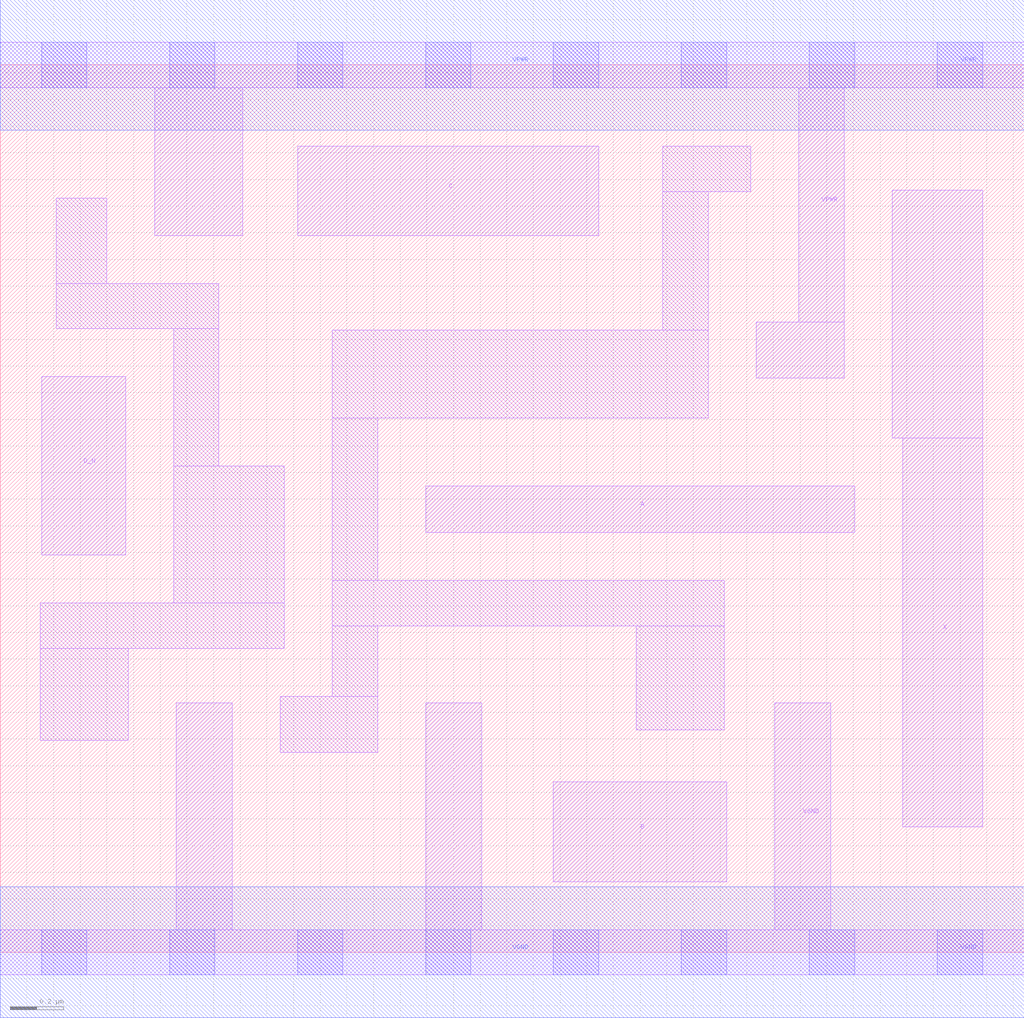
<source format=lef>
# Copyright 2020 The SkyWater PDK Authors
#
# Licensed under the Apache License, Version 2.0 (the "License");
# you may not use this file except in compliance with the License.
# You may obtain a copy of the License at
#
#     https://www.apache.org/licenses/LICENSE-2.0
#
# Unless required by applicable law or agreed to in writing, software
# distributed under the License is distributed on an "AS IS" BASIS,
# WITHOUT WARRANTIES OR CONDITIONS OF ANY KIND, either express or implied.
# See the License for the specific language governing permissions and
# limitations under the License.
#
# SPDX-License-Identifier: Apache-2.0

VERSION 5.7 ;
  NAMESCASESENSITIVE ON ;
  NOWIREEXTENSIONATPIN ON ;
  DIVIDERCHAR "/" ;
  BUSBITCHARS "[]" ;
UNITS
  DATABASE MICRONS 200 ;
END UNITS
MACRO sky130_fd_sc_lp__or4b_m
  CLASS CORE ;
  SOURCE USER ;
  FOREIGN sky130_fd_sc_lp__or4b_m ;
  ORIGIN  0.000000  0.000000 ;
  SIZE  3.840000 BY  3.330000 ;
  SYMMETRY X Y R90 ;
  SITE unit ;
  PIN A
    ANTENNAGATEAREA  0.126000 ;
    DIRECTION INPUT ;
    USE SIGNAL ;
    PORT
      LAYER li1 ;
        RECT 1.595000 1.575000 3.205000 1.750000 ;
    END
  END A
  PIN B
    ANTENNAGATEAREA  0.126000 ;
    DIRECTION INPUT ;
    USE SIGNAL ;
    PORT
      LAYER li1 ;
        RECT 2.075000 0.265000 2.725000 0.640000 ;
    END
  END B
  PIN C
    ANTENNAGATEAREA  0.126000 ;
    DIRECTION INPUT ;
    USE SIGNAL ;
    PORT
      LAYER li1 ;
        RECT 1.115000 2.690000 2.245000 3.025000 ;
    END
  END C
  PIN D_N
    ANTENNAGATEAREA  0.126000 ;
    DIRECTION INPUT ;
    USE SIGNAL ;
    PORT
      LAYER li1 ;
        RECT 0.155000 1.490000 0.470000 2.160000 ;
    END
  END D_N
  PIN X
    ANTENNADIFFAREA  0.222600 ;
    DIRECTION OUTPUT ;
    USE SIGNAL ;
    PORT
      LAYER li1 ;
        RECT 3.345000 1.930000 3.685000 2.860000 ;
        RECT 3.385000 0.470000 3.685000 1.930000 ;
    END
  END X
  PIN VGND
    DIRECTION INOUT ;
    USE GROUND ;
    PORT
      LAYER li1 ;
        RECT 0.000000 -0.085000 3.840000 0.085000 ;
        RECT 0.660000  0.085000 0.870000 0.935000 ;
        RECT 1.595000  0.085000 1.805000 0.935000 ;
        RECT 2.905000  0.085000 3.115000 0.935000 ;
      LAYER mcon ;
        RECT 0.155000 -0.085000 0.325000 0.085000 ;
        RECT 0.635000 -0.085000 0.805000 0.085000 ;
        RECT 1.115000 -0.085000 1.285000 0.085000 ;
        RECT 1.595000 -0.085000 1.765000 0.085000 ;
        RECT 2.075000 -0.085000 2.245000 0.085000 ;
        RECT 2.555000 -0.085000 2.725000 0.085000 ;
        RECT 3.035000 -0.085000 3.205000 0.085000 ;
        RECT 3.515000 -0.085000 3.685000 0.085000 ;
      LAYER met1 ;
        RECT 0.000000 -0.245000 3.840000 0.245000 ;
    END
  END VGND
  PIN VPWR
    DIRECTION INOUT ;
    USE POWER ;
    PORT
      LAYER li1 ;
        RECT 0.000000 3.245000 3.840000 3.415000 ;
        RECT 0.580000 2.690000 0.910000 3.245000 ;
        RECT 2.835000 2.155000 3.165000 2.365000 ;
        RECT 2.995000 2.365000 3.165000 3.245000 ;
      LAYER mcon ;
        RECT 0.155000 3.245000 0.325000 3.415000 ;
        RECT 0.635000 3.245000 0.805000 3.415000 ;
        RECT 1.115000 3.245000 1.285000 3.415000 ;
        RECT 1.595000 3.245000 1.765000 3.415000 ;
        RECT 2.075000 3.245000 2.245000 3.415000 ;
        RECT 2.555000 3.245000 2.725000 3.415000 ;
        RECT 3.035000 3.245000 3.205000 3.415000 ;
        RECT 3.515000 3.245000 3.685000 3.415000 ;
      LAYER met1 ;
        RECT 0.000000 3.085000 3.840000 3.575000 ;
    END
  END VPWR
  OBS
    LAYER li1 ;
      RECT 0.150000 0.795000 0.480000 1.140000 ;
      RECT 0.150000 1.140000 1.065000 1.310000 ;
      RECT 0.210000 2.340000 0.820000 2.510000 ;
      RECT 0.210000 2.510000 0.400000 2.830000 ;
      RECT 0.650000 1.310000 1.065000 1.825000 ;
      RECT 0.650000 1.825000 0.820000 2.340000 ;
      RECT 1.050000 0.750000 1.415000 0.960000 ;
      RECT 1.245000 0.960000 1.415000 1.225000 ;
      RECT 1.245000 1.225000 2.715000 1.395000 ;
      RECT 1.245000 1.395000 1.415000 2.005000 ;
      RECT 1.245000 2.005000 2.655000 2.335000 ;
      RECT 2.385000 0.835000 2.715000 1.225000 ;
      RECT 2.485000 2.335000 2.655000 2.855000 ;
      RECT 2.485000 2.855000 2.815000 3.025000 ;
  END
END sky130_fd_sc_lp__or4b_m

</source>
